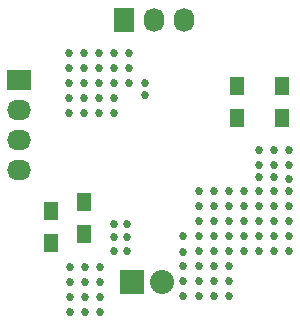
<source format=gbs>
G04 #@! TF.FileFunction,Soldermask,Bot*
%FSLAX46Y46*%
G04 Gerber Fmt 4.6, Leading zero omitted, Abs format (unit mm)*
G04 Created by KiCad (PCBNEW 0.201509151501+6198~30~ubuntu14.04.1-product) date Sun 04 Oct 2015 11:46:26 PM EDT*
%MOMM*%
G01*
G04 APERTURE LIST*
%ADD10C,0.100000*%
%ADD11C,0.685800*%
%ADD12R,2.032000X1.727200*%
%ADD13O,2.032000X1.727200*%
%ADD14R,2.032000X2.032000*%
%ADD15O,2.032000X2.032000*%
%ADD16R,1.300000X1.500000*%
%ADD17R,1.727200X2.032000*%
%ADD18O,1.727200X2.032000*%
G04 APERTURE END LIST*
D10*
D11*
X160147000Y-132461000D03*
X158877000Y-132461000D03*
X157607000Y-132461000D03*
X160147000Y-131191000D03*
X158877000Y-131191000D03*
X157607000Y-131191000D03*
X160147000Y-129921000D03*
X158877000Y-129921000D03*
X157607000Y-129921000D03*
X160147000Y-128651000D03*
X158877000Y-128651000D03*
X157607000Y-128651000D03*
X176149000Y-118745000D03*
X173609000Y-118745000D03*
X167132000Y-127381000D03*
X167132000Y-131064000D03*
X161290000Y-126111000D03*
X171069000Y-131064000D03*
X169799000Y-131064000D03*
X168529000Y-131064000D03*
X174879000Y-118745000D03*
X167132000Y-125984000D03*
X167132000Y-128524000D03*
X167132000Y-129794000D03*
X161290000Y-127254000D03*
X171069000Y-129794000D03*
X169799000Y-129794000D03*
X168529000Y-129794000D03*
X173609000Y-120015000D03*
X162433000Y-127254000D03*
X161290000Y-124968000D03*
X162433000Y-126111000D03*
X162433000Y-124968000D03*
X171069000Y-128524000D03*
X169799000Y-128524000D03*
X168529000Y-128524000D03*
X174879000Y-120015000D03*
X176149000Y-127254000D03*
X174879000Y-127254000D03*
X173609000Y-127254000D03*
X172339000Y-127254000D03*
X171069000Y-127254000D03*
X169799000Y-127254000D03*
X168529000Y-127254000D03*
X176149000Y-120015000D03*
X176149000Y-125984000D03*
X174879000Y-125984000D03*
X173609000Y-125984000D03*
X172339000Y-125984000D03*
X171069000Y-125984000D03*
X169799000Y-125984000D03*
X168529000Y-125984000D03*
X176149000Y-121158000D03*
X176149000Y-124714000D03*
X174879000Y-124714000D03*
X173609000Y-124714000D03*
X172339000Y-124714000D03*
X171069000Y-124714000D03*
X169799000Y-124714000D03*
X168529000Y-124714000D03*
X174879000Y-121031000D03*
X176149000Y-123444000D03*
X174879000Y-123444000D03*
X173609000Y-123444000D03*
X172339000Y-123444000D03*
X171069000Y-123444000D03*
X169799000Y-123444000D03*
X168529000Y-123444000D03*
X173609000Y-121031000D03*
X176149000Y-122174000D03*
X174879000Y-122174000D03*
X173609000Y-122174000D03*
X172339000Y-122174000D03*
X171069000Y-122174000D03*
X169799000Y-122174000D03*
X168529000Y-122174000D03*
X163957000Y-113030000D03*
X161290000Y-115570000D03*
X160020000Y-115570000D03*
X158750000Y-115570000D03*
X157480000Y-115570000D03*
X163957000Y-114046000D03*
X161290000Y-114300000D03*
X160020000Y-114300000D03*
X158750000Y-114300000D03*
X157480000Y-114300000D03*
X162560000Y-113030000D03*
X161290000Y-113030000D03*
X160020000Y-113030000D03*
X158750000Y-113030000D03*
X157480000Y-113030000D03*
X162560000Y-111760000D03*
X161290000Y-111760000D03*
X160020000Y-111760000D03*
X158750000Y-111760000D03*
X157480000Y-111760000D03*
X162560000Y-110490000D03*
X161290000Y-110490000D03*
X160020000Y-110490000D03*
X158750000Y-110490000D03*
D12*
X153289000Y-112776000D03*
D13*
X153289000Y-115316000D03*
X153289000Y-117856000D03*
X153289000Y-120396000D03*
D14*
X162814000Y-129921000D03*
D15*
X165354000Y-129921000D03*
D16*
X175514000Y-113331000D03*
X175514000Y-116031000D03*
X171704000Y-113331000D03*
X171704000Y-116031000D03*
X158750000Y-123110000D03*
X158750000Y-125810000D03*
X155956000Y-123872000D03*
X155956000Y-126572000D03*
D17*
X162179000Y-107696000D03*
D18*
X164719000Y-107696000D03*
X167259000Y-107696000D03*
D11*
X157480000Y-110490000D03*
M02*

</source>
